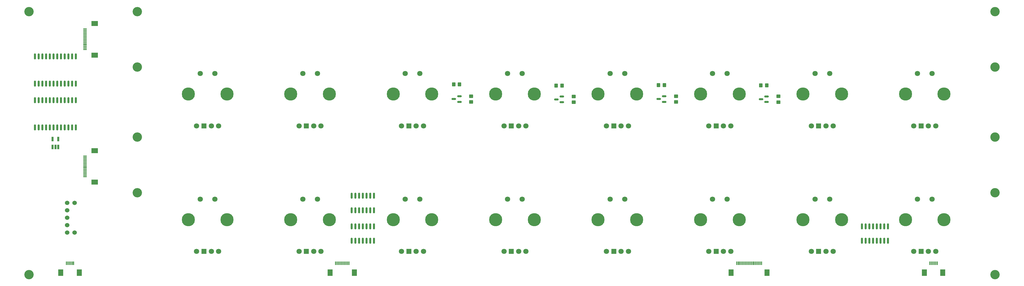
<source format=gbr>
%TF.GenerationSoftware,KiCad,Pcbnew,7.0.7*%
%TF.CreationDate,2024-01-26T16:38:05-05:00*%
%TF.ProjectId,midi-controller_main-board,6d696469-2d63-46f6-9e74-726f6c6c6572,rev?*%
%TF.SameCoordinates,Original*%
%TF.FileFunction,Soldermask,Bot*%
%TF.FilePolarity,Negative*%
%FSLAX46Y46*%
G04 Gerber Fmt 4.6, Leading zero omitted, Abs format (unit mm)*
G04 Created by KiCad (PCBNEW 7.0.7) date 2024-01-26 16:38:05*
%MOMM*%
%LPD*%
G01*
G04 APERTURE LIST*
G04 Aperture macros list*
%AMRoundRect*
0 Rectangle with rounded corners*
0 $1 Rounding radius*
0 $2 $3 $4 $5 $6 $7 $8 $9 X,Y pos of 4 corners*
0 Add a 4 corners polygon primitive as box body*
4,1,4,$2,$3,$4,$5,$6,$7,$8,$9,$2,$3,0*
0 Add four circle primitives for the rounded corners*
1,1,$1+$1,$2,$3*
1,1,$1+$1,$4,$5*
1,1,$1+$1,$6,$7*
1,1,$1+$1,$8,$9*
0 Add four rect primitives between the rounded corners*
20,1,$1+$1,$2,$3,$4,$5,0*
20,1,$1+$1,$4,$5,$6,$7,0*
20,1,$1+$1,$6,$7,$8,$9,0*
20,1,$1+$1,$8,$9,$2,$3,0*%
G04 Aperture macros list end*
%ADD10R,1.800000X1.800000*%
%ADD11C,1.800000*%
%ADD12C,4.500000*%
%ADD13C,3.200000*%
%ADD14C,1.524000*%
%ADD15RoundRect,0.250000X0.350000X0.450000X-0.350000X0.450000X-0.350000X-0.450000X0.350000X-0.450000X0*%
%ADD16RoundRect,0.250000X-0.450000X0.350000X-0.450000X-0.350000X0.450000X-0.350000X0.450000X0.350000X0*%
%ADD17RoundRect,0.150000X-0.150000X0.875000X-0.150000X-0.875000X0.150000X-0.875000X0.150000X0.875000X0*%
%ADD18R,0.650000X1.560000*%
%ADD19RoundRect,0.150000X0.587500X0.150000X-0.587500X0.150000X-0.587500X-0.150000X0.587500X-0.150000X0*%
%ADD20R,1.300000X0.300000*%
%ADD21R,2.200000X1.800000*%
%ADD22RoundRect,0.150000X-0.150000X0.825000X-0.150000X-0.825000X0.150000X-0.825000X0.150000X0.825000X0*%
%ADD23R,0.300000X1.300000*%
%ADD24R,1.800000X2.200000*%
G04 APERTURE END LIST*
D10*
%TO.C,RV8*%
X356928000Y-137664000D03*
D11*
X359428000Y-137664000D03*
X361928000Y-137664000D03*
X354428000Y-137664000D03*
X355678000Y-119764000D03*
X360678000Y-119764000D03*
D12*
X351578000Y-126764000D03*
X364778000Y-126764000D03*
%TD*%
D13*
%TO.C,H1*%
X52178000Y-98554000D03*
%TD*%
D10*
%TO.C,RV16*%
X356928000Y-180664000D03*
D11*
X359428000Y-180664000D03*
X361928000Y-180664000D03*
X354428000Y-180664000D03*
X355678000Y-162764000D03*
X360678000Y-162764000D03*
D12*
X351578000Y-169764000D03*
X364778000Y-169764000D03*
%TD*%
D10*
%TO.C,RV2*%
X146928000Y-137664000D03*
D11*
X149428000Y-137664000D03*
X151928000Y-137664000D03*
X144428000Y-137664000D03*
X145678000Y-119764000D03*
X150678000Y-119764000D03*
D12*
X141578000Y-126764000D03*
X154778000Y-126764000D03*
%TD*%
D10*
%TO.C,RV10*%
X146928000Y-180664000D03*
D11*
X149428000Y-180664000D03*
X151928000Y-180664000D03*
X144428000Y-180664000D03*
X145678000Y-162764000D03*
X150678000Y-162764000D03*
D12*
X141578000Y-169764000D03*
X154778000Y-169764000D03*
%TD*%
D10*
%TO.C,RV11*%
X181928000Y-180664000D03*
D11*
X184428000Y-180664000D03*
X186928000Y-180664000D03*
X179428000Y-180664000D03*
X180678000Y-162764000D03*
X185678000Y-162764000D03*
D12*
X176578000Y-169764000D03*
X189778000Y-169764000D03*
%TD*%
D13*
%TO.C,H4*%
X89178000Y-117554000D03*
%TD*%
%TO.C,H8*%
X89178000Y-160554000D03*
%TD*%
%TO.C,H6*%
X89178000Y-141554000D03*
%TD*%
D10*
%TO.C,RV15*%
X321928000Y-180664000D03*
D11*
X324428000Y-180664000D03*
X326928000Y-180664000D03*
X319428000Y-180664000D03*
X320678000Y-162764000D03*
X325678000Y-162764000D03*
D12*
X316578000Y-169764000D03*
X329778000Y-169764000D03*
%TD*%
D10*
%TO.C,RV6*%
X286928000Y-137664000D03*
D11*
X289428000Y-137664000D03*
X291928000Y-137664000D03*
X284428000Y-137664000D03*
X285678000Y-119764000D03*
X290678000Y-119764000D03*
D12*
X281578000Y-126764000D03*
X294778000Y-126764000D03*
%TD*%
D13*
%TO.C,H5*%
X382178000Y-117554000D03*
%TD*%
D10*
%TO.C,RV13*%
X251928000Y-180664000D03*
D11*
X254428000Y-180664000D03*
X256928000Y-180664000D03*
X249428000Y-180664000D03*
X250678000Y-162764000D03*
X255678000Y-162764000D03*
D12*
X246578000Y-169764000D03*
X259778000Y-169764000D03*
%TD*%
D13*
%TO.C,H11*%
X382178000Y-188554000D03*
%TD*%
D10*
%TO.C,RV3*%
X181928000Y-137664000D03*
D11*
X184428000Y-137664000D03*
X186928000Y-137664000D03*
X179428000Y-137664000D03*
X180678000Y-119764000D03*
X185678000Y-119764000D03*
D12*
X176578000Y-126764000D03*
X189778000Y-126764000D03*
%TD*%
D10*
%TO.C,RV1*%
X111928000Y-137664000D03*
D11*
X114428000Y-137664000D03*
X116928000Y-137664000D03*
X109428000Y-137664000D03*
X110678000Y-119764000D03*
X115678000Y-119764000D03*
D12*
X106578000Y-126764000D03*
X119778000Y-126764000D03*
%TD*%
D13*
%TO.C,H10*%
X52178000Y-188554000D03*
%TD*%
D10*
%TO.C,RV9*%
X111928000Y-180664000D03*
D11*
X114428000Y-180664000D03*
X116928000Y-180664000D03*
X109428000Y-180664000D03*
X110678000Y-162764000D03*
X115678000Y-162764000D03*
D12*
X106578000Y-169764000D03*
X119778000Y-169764000D03*
%TD*%
D10*
%TO.C,RV14*%
X286928000Y-180664000D03*
D11*
X289428000Y-180664000D03*
X291928000Y-180664000D03*
X284428000Y-180664000D03*
X285678000Y-162764000D03*
X290678000Y-162764000D03*
D12*
X281578000Y-169764000D03*
X294778000Y-169764000D03*
%TD*%
D10*
%TO.C,RV7*%
X321928000Y-137664000D03*
D11*
X324428000Y-137664000D03*
X326928000Y-137664000D03*
X319428000Y-137664000D03*
X320678000Y-119764000D03*
X325678000Y-119764000D03*
D12*
X316578000Y-126764000D03*
X329778000Y-126764000D03*
%TD*%
D13*
%TO.C,H2*%
X89178000Y-98554000D03*
%TD*%
%TO.C,H9*%
X382178000Y-160554000D03*
%TD*%
%TO.C,H3*%
X382178000Y-98554000D03*
%TD*%
D10*
%TO.C,RV4*%
X216928000Y-137664000D03*
D11*
X219428000Y-137664000D03*
X221928000Y-137664000D03*
X214428000Y-137664000D03*
X215678000Y-119764000D03*
X220678000Y-119764000D03*
D12*
X211578000Y-126764000D03*
X224778000Y-126764000D03*
%TD*%
D14*
%TO.C,SW1*%
X65178000Y-166573000D03*
X65178000Y-169113000D03*
X65178000Y-171653000D03*
X65178000Y-164033000D03*
X65178000Y-174193000D03*
X67718000Y-164033000D03*
X67718000Y-174193000D03*
%TD*%
D10*
%TO.C,RV5*%
X251928000Y-137664000D03*
D11*
X254428000Y-137664000D03*
X256928000Y-137664000D03*
X249428000Y-137664000D03*
X250678000Y-119764000D03*
X255678000Y-119764000D03*
D12*
X246578000Y-126764000D03*
X259778000Y-126764000D03*
%TD*%
D10*
%TO.C,RV12*%
X216928000Y-180664000D03*
D11*
X219428000Y-180664000D03*
X221928000Y-180664000D03*
X214428000Y-180664000D03*
X215678000Y-162764000D03*
X220678000Y-162764000D03*
D12*
X211578000Y-169764000D03*
X224778000Y-169764000D03*
%TD*%
D13*
%TO.C,H7*%
X382178000Y-141554000D03*
%TD*%
D15*
%TO.C,R10*%
X269240500Y-123754000D03*
X267240500Y-123754000D03*
%TD*%
D16*
%TO.C,R7*%
X238240500Y-127604000D03*
X238240500Y-129604000D03*
%TD*%
D17*
%TO.C,U9*%
X54193000Y-128904000D03*
X55463000Y-128904000D03*
X56733000Y-128904000D03*
X58003000Y-128904000D03*
X59273000Y-128904000D03*
X60543000Y-128904000D03*
X61813000Y-128904000D03*
X63083000Y-128904000D03*
X64353000Y-128904000D03*
X65623000Y-128904000D03*
X66893000Y-128904000D03*
X68163000Y-128904000D03*
X68163000Y-138204000D03*
X66893000Y-138204000D03*
X65623000Y-138204000D03*
X64353000Y-138204000D03*
X63083000Y-138204000D03*
X61813000Y-138204000D03*
X60543000Y-138204000D03*
X59273000Y-138204000D03*
X58003000Y-138204000D03*
X56733000Y-138204000D03*
X55463000Y-138204000D03*
X54193000Y-138204000D03*
%TD*%
D16*
%TO.C,R11*%
X308178000Y-127554000D03*
X308178000Y-129554000D03*
%TD*%
D18*
%TO.C,U13*%
X62128000Y-144904000D03*
X61178000Y-144904000D03*
X60228000Y-144904000D03*
X60228000Y-142204000D03*
X62128000Y-142204000D03*
%TD*%
D19*
%TO.C,Q4*%
X304115500Y-127604000D03*
X304115500Y-129504000D03*
X302240500Y-128554000D03*
%TD*%
D20*
%TO.C,J4*%
X71328000Y-148054000D03*
X71328000Y-148554000D03*
X71328000Y-149054000D03*
X71328000Y-149554000D03*
X71328000Y-150054000D03*
X71328000Y-150554000D03*
X71328000Y-151054000D03*
X71328000Y-151554000D03*
X71328000Y-152054000D03*
X71328000Y-152554000D03*
X71328000Y-153054000D03*
X71328000Y-153554000D03*
X71328000Y-154054000D03*
X71328000Y-154554000D03*
X71328000Y-155054000D03*
D21*
X74578000Y-146154000D03*
X74578000Y-156954000D03*
%TD*%
D15*
%TO.C,R8*%
X234240500Y-123904000D03*
X232240500Y-123904000D03*
%TD*%
D22*
%TO.C,U8*%
X162368000Y-161604000D03*
X163638000Y-161604000D03*
X164908000Y-161604000D03*
X166178000Y-161604000D03*
X167448000Y-161604000D03*
X168718000Y-161604000D03*
X169988000Y-161604000D03*
X169988000Y-166554000D03*
X168718000Y-166554000D03*
X167448000Y-166554000D03*
X166178000Y-166554000D03*
X164908000Y-166554000D03*
X163638000Y-166554000D03*
X162368000Y-166554000D03*
%TD*%
D23*
%TO.C,J3*%
X161428000Y-184704000D03*
X160928000Y-184704000D03*
X160428000Y-184704000D03*
X159928000Y-184704000D03*
X159428000Y-184704000D03*
X158928000Y-184704000D03*
X158428000Y-184704000D03*
X157928000Y-184704000D03*
X157428000Y-184704000D03*
X156928000Y-184704000D03*
D24*
X163328000Y-187954000D03*
X155028000Y-187954000D03*
%TD*%
D16*
%TO.C,R9*%
X273240500Y-127504000D03*
X273240500Y-129504000D03*
%TD*%
D19*
%TO.C,Q2*%
X234178000Y-127654000D03*
X234178000Y-129554000D03*
X232303000Y-128604000D03*
%TD*%
D15*
%TO.C,R6*%
X199240500Y-123454000D03*
X197240500Y-123454000D03*
%TD*%
D23*
%TO.C,DS1*%
X302428000Y-184704000D03*
X301928000Y-184704000D03*
X301428000Y-184704000D03*
X300928000Y-184704000D03*
X300428000Y-184704000D03*
X299928000Y-184704000D03*
X299428000Y-184704000D03*
X298928000Y-184704000D03*
X298428000Y-184704000D03*
X297928000Y-184704000D03*
X297428000Y-184704000D03*
X296928000Y-184704000D03*
X296428000Y-184704000D03*
X295928000Y-184704000D03*
X295428000Y-184704000D03*
X294928000Y-184704000D03*
X294428000Y-184704000D03*
X293928000Y-184704000D03*
D24*
X304328000Y-187954000D03*
X292028000Y-187954000D03*
%TD*%
D20*
%TO.C,J2*%
X71328000Y-104554000D03*
X71328000Y-105054000D03*
X71328000Y-105554000D03*
X71328000Y-106054000D03*
X71328000Y-106554000D03*
X71328000Y-107054000D03*
X71328000Y-107554000D03*
X71328000Y-108054000D03*
X71328000Y-108554000D03*
X71328000Y-109054000D03*
X71328000Y-109554000D03*
X71328000Y-110054000D03*
X71328000Y-110554000D03*
X71328000Y-111054000D03*
X71328000Y-111554000D03*
D21*
X74578000Y-102654000D03*
X74578000Y-113454000D03*
%TD*%
D22*
%TO.C,U10*%
X162368000Y-172079000D03*
X163638000Y-172079000D03*
X164908000Y-172079000D03*
X166178000Y-172079000D03*
X167448000Y-172079000D03*
X168718000Y-172079000D03*
X169988000Y-172079000D03*
X169988000Y-177029000D03*
X168718000Y-177029000D03*
X167448000Y-177029000D03*
X166178000Y-177029000D03*
X164908000Y-177029000D03*
X163638000Y-177029000D03*
X162368000Y-177029000D03*
%TD*%
D23*
%TO.C,J6*%
X67428000Y-184704000D03*
X66928000Y-184704000D03*
X66428000Y-184704000D03*
X65928000Y-184704000D03*
X65428000Y-184704000D03*
X64928000Y-184704000D03*
D24*
X69328000Y-187954000D03*
X63028000Y-187954000D03*
%TD*%
D19*
%TO.C,Q1*%
X199178000Y-127554000D03*
X199178000Y-129454000D03*
X197303000Y-128504000D03*
%TD*%
D16*
%TO.C,R5*%
X203240500Y-127504000D03*
X203240500Y-129504000D03*
%TD*%
D15*
%TO.C,R12*%
X304178000Y-123804000D03*
X302178000Y-123804000D03*
%TD*%
D22*
%TO.C,U5*%
X336733000Y-172079000D03*
X338003000Y-172079000D03*
X339273000Y-172079000D03*
X340543000Y-172079000D03*
X341813000Y-172079000D03*
X343083000Y-172079000D03*
X344353000Y-172079000D03*
X345623000Y-172079000D03*
X345623000Y-177029000D03*
X344353000Y-177029000D03*
X343083000Y-177029000D03*
X341813000Y-177029000D03*
X340543000Y-177029000D03*
X339273000Y-177029000D03*
X338003000Y-177029000D03*
X336733000Y-177029000D03*
%TD*%
D23*
%TO.C,J5*%
X362428000Y-184704000D03*
X361928000Y-184704000D03*
X361428000Y-184704000D03*
X360928000Y-184704000D03*
X360428000Y-184704000D03*
X359928000Y-184704000D03*
D24*
X364328000Y-187954000D03*
X358028000Y-187954000D03*
%TD*%
D17*
%TO.C,U7*%
X54193000Y-113904000D03*
X55463000Y-113904000D03*
X56733000Y-113904000D03*
X58003000Y-113904000D03*
X59273000Y-113904000D03*
X60543000Y-113904000D03*
X61813000Y-113904000D03*
X63083000Y-113904000D03*
X64353000Y-113904000D03*
X65623000Y-113904000D03*
X66893000Y-113904000D03*
X68163000Y-113904000D03*
X68163000Y-123204000D03*
X66893000Y-123204000D03*
X65623000Y-123204000D03*
X64353000Y-123204000D03*
X63083000Y-123204000D03*
X61813000Y-123204000D03*
X60543000Y-123204000D03*
X59273000Y-123204000D03*
X58003000Y-123204000D03*
X56733000Y-123204000D03*
X55463000Y-123204000D03*
X54193000Y-123204000D03*
%TD*%
D19*
%TO.C,Q3*%
X269178000Y-127554000D03*
X269178000Y-129454000D03*
X267303000Y-128504000D03*
%TD*%
M02*

</source>
